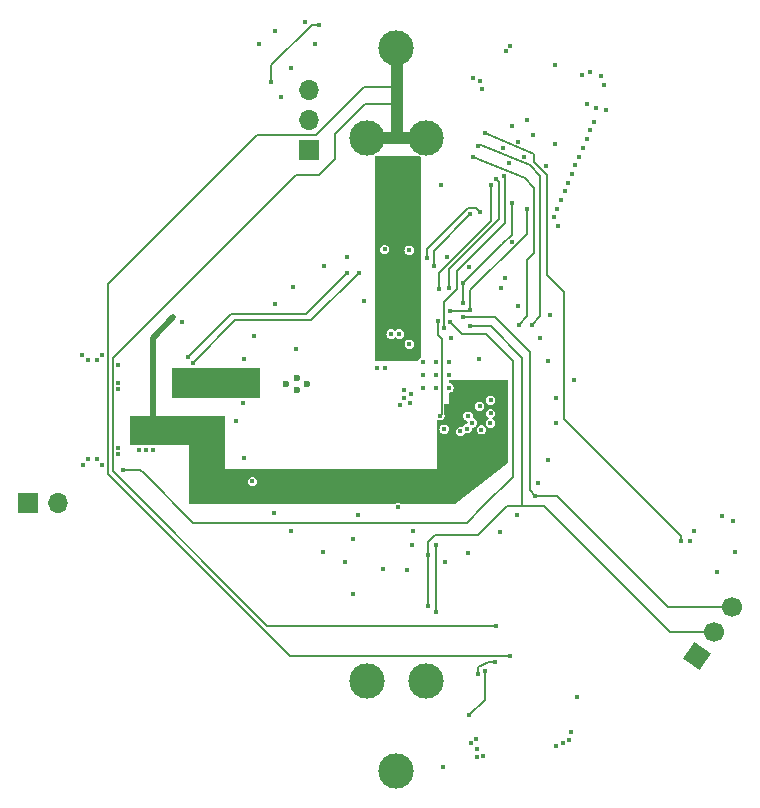
<source format=gbl>
%TF.GenerationSoftware,KiCad,Pcbnew,7.0.8*%
%TF.CreationDate,2023-10-15T21:23:35+02:00*%
%TF.ProjectId,blinkekatze,626c696e-6b65-46b6-9174-7a652e6b6963,rev?*%
%TF.SameCoordinates,Original*%
%TF.FileFunction,Copper,L4,Bot*%
%TF.FilePolarity,Positive*%
%FSLAX46Y46*%
G04 Gerber Fmt 4.6, Leading zero omitted, Abs format (unit mm)*
G04 Created by KiCad (PCBNEW 7.0.8) date 2023-10-15 21:23:35*
%MOMM*%
%LPD*%
G01*
G04 APERTURE LIST*
G04 Aperture macros list*
%AMHorizOval*
0 Thick line with rounded ends*
0 $1 width*
0 $2 $3 position (X,Y) of the first rounded end (center of the circle)*
0 $4 $5 position (X,Y) of the second rounded end (center of the circle)*
0 Add line between two ends*
20,1,$1,$2,$3,$4,$5,0*
0 Add two circle primitives to create the rounded ends*
1,1,$1,$2,$3*
1,1,$1,$4,$5*%
%AMRotRect*
0 Rectangle, with rotation*
0 The origin of the aperture is its center*
0 $1 length*
0 $2 width*
0 $3 Rotation angle, in degrees counterclockwise*
0 Add horizontal line*
21,1,$1,$2,0,0,$3*%
G04 Aperture macros list end*
%TA.AperFunction,ComponentPad*%
%ADD10R,1.700000X1.700000*%
%TD*%
%TA.AperFunction,ComponentPad*%
%ADD11O,1.700000X1.700000*%
%TD*%
%TA.AperFunction,ComponentPad*%
%ADD12C,0.600000*%
%TD*%
%TA.AperFunction,ComponentPad*%
%ADD13RotRect,1.700000X1.700000X145.000000*%
%TD*%
%TA.AperFunction,ComponentPad*%
%ADD14HorizOval,1.700000X0.000000X0.000000X0.000000X0.000000X0*%
%TD*%
%TA.AperFunction,ComponentPad*%
%ADD15C,3.000000*%
%TD*%
%TA.AperFunction,ViaPad*%
%ADD16C,0.450000*%
%TD*%
%TA.AperFunction,Conductor*%
%ADD17C,0.127000*%
%TD*%
%TA.AperFunction,Conductor*%
%ADD18C,0.500000*%
%TD*%
%TA.AperFunction,Conductor*%
%ADD19C,1.000000*%
%TD*%
G04 APERTURE END LIST*
D10*
%TO.P,J2,1,Pin_1*%
%TO.N,/Logic/EN*%
X92600000Y-78030000D03*
D11*
%TO.P,J2,2,Pin_2*%
%TO.N,GND*%
X92600000Y-75490000D03*
%TO.P,J2,3,Pin_3*%
%TO.N,/Logic/IO9*%
X92600000Y-72950000D03*
%TD*%
D10*
%TO.P,J1,1,Pin_1*%
%TO.N,/Charger/PWR_ON*%
X68850000Y-107900000D03*
D11*
%TO.P,J1,2,Pin_2*%
%TO.N,/USB/VBAT*%
X71390000Y-107900000D03*
%TD*%
D12*
%TO.P,U9,11,PGND*%
%TO.N,GND*%
X91600000Y-98345002D03*
X90700000Y-97845002D03*
X92500000Y-97845002D03*
X91600000Y-97345002D03*
%TD*%
D13*
%TO.P,J3,1,Pin_1*%
%TO.N,GND*%
X125502981Y-120868127D03*
D14*
%TO.P,J3,2,Pin_2*%
%TO.N,/Battery/SCL*%
X126959865Y-118787481D03*
%TO.P,J3,3,Pin_3*%
%TO.N,/Battery/SDA*%
X128416749Y-116706835D03*
%TD*%
D15*
%TO.P,BTT2,1,1*%
%TO.N,GND1*%
X102500000Y-123000000D03*
X97500000Y-123000000D03*
X100000000Y-130600000D03*
%TD*%
%TO.P,BTT1,1,1*%
%TO.N,+BATT*%
X97500000Y-77000000D03*
X102500000Y-77000000D03*
X100000000Y-69400000D03*
%TD*%
D16*
%TO.N,GND1*%
X106350000Y-128250000D03*
X108400000Y-121400000D03*
X106750000Y-127850000D03*
X107400000Y-129350000D03*
X104000000Y-130250000D03*
X106900000Y-122350000D03*
X106850000Y-128700000D03*
X106850000Y-129400000D03*
%TO.N,GND*%
X113576294Y-128456774D03*
X102275000Y-95949998D03*
X102274998Y-98150000D03*
X113950001Y-82250000D03*
X73489999Y-104665000D03*
X116725000Y-75625001D03*
X115350000Y-124350000D03*
X115100000Y-97500000D03*
X125220871Y-110265756D03*
X102274999Y-97049998D03*
X115175000Y-79300000D03*
X112162237Y-93918882D03*
X95700000Y-112900000D03*
X100699997Y-99049998D03*
X104474999Y-98150001D03*
X74650000Y-95800000D03*
X78800000Y-103400000D03*
X110272507Y-108909298D03*
X81900000Y-92600000D03*
X117350000Y-71775000D03*
X111100000Y-75475000D03*
X93918882Y-87837763D03*
X107999999Y-100325000D03*
X114676294Y-128006774D03*
X79400000Y-103400000D03*
X103375000Y-97049999D03*
X112900000Y-104300000D03*
X89727493Y-91090702D03*
X110350000Y-77300000D03*
X73950000Y-95800000D03*
X104300000Y-87100000D03*
X99036066Y-86436415D03*
X99024998Y-96450001D03*
X89750000Y-67950000D03*
X75100000Y-95350000D03*
X75139999Y-104664999D03*
X107999999Y-99200002D03*
X104475001Y-95950001D03*
X73450000Y-95350000D03*
X103374998Y-98149998D03*
X98425000Y-96500001D03*
X76450000Y-103250000D03*
X100156641Y-108279992D03*
X107150000Y-72175000D03*
X107275000Y-72825000D03*
X116925001Y-74424999D03*
X114176294Y-128256774D03*
X107024999Y-95749999D03*
X76450000Y-103750000D03*
X114575000Y-80775001D03*
X74640001Y-104215001D03*
X109675000Y-69175000D03*
X116200000Y-74125000D03*
X114874999Y-80025000D03*
X97250004Y-90799995D03*
X111625000Y-76775000D03*
X128495871Y-109390756D03*
X114800000Y-127300000D03*
X76450000Y-97750000D03*
X113650000Y-83000000D03*
X117800000Y-74650000D03*
X116125000Y-77100000D03*
X100963934Y-113563585D03*
X113350000Y-83724999D03*
X87837763Y-106081118D03*
X104075001Y-101650001D03*
X114275000Y-81525000D03*
X101200000Y-99450003D03*
X108909298Y-89727493D03*
X96796486Y-108944716D03*
X109200000Y-88850000D03*
X73940000Y-104215000D03*
X86436415Y-100963934D03*
X101324856Y-111469863D03*
X113750000Y-84475000D03*
X100299998Y-99650000D03*
X91490002Y-94894999D03*
X106081118Y-112162237D03*
X103375000Y-95950000D03*
X107224999Y-101700000D03*
X103800000Y-81000000D03*
X78200000Y-103400000D03*
X100700001Y-98350001D03*
X109049999Y-77850000D03*
X109574999Y-79150000D03*
X109824999Y-76025000D03*
X101124999Y-94450002D03*
X93099999Y-69050001D03*
X112725000Y-79375000D03*
X88400000Y-69050000D03*
X116425001Y-76350000D03*
X100262497Y-93600000D03*
X107993750Y-101150000D03*
X101299998Y-98650000D03*
X99587497Y-93599999D03*
X110875001Y-78600000D03*
X113563585Y-99036066D03*
X104625001Y-93900000D03*
X104474999Y-97050000D03*
X107074997Y-99700002D03*
X91090702Y-110272507D03*
X91099999Y-71049996D03*
X76450000Y-98250000D03*
X106437497Y-101124999D03*
X96354478Y-110926414D03*
X117600001Y-72500000D03*
X109275000Y-69625000D03*
X101450000Y-110250000D03*
X115800000Y-77825000D03*
X113000000Y-91950000D03*
X113475000Y-77525001D03*
X115500001Y-78575000D03*
X76450000Y-96250000D03*
X87100000Y-95700000D03*
%TO.N,+3V3*%
X115725000Y-71700000D03*
X92299999Y-67150002D03*
X87800000Y-98650000D03*
X87800000Y-97850000D03*
X81300000Y-98700000D03*
X82000000Y-96800000D03*
X82000000Y-98700000D03*
X127595871Y-109015756D03*
X82000000Y-97750000D03*
X96350000Y-115575000D03*
X124895871Y-111165756D03*
X90300000Y-73550000D03*
X113500000Y-70800000D03*
X87800000Y-97050000D03*
X81300000Y-96800000D03*
X106475000Y-71950000D03*
X128720871Y-112040756D03*
X81300000Y-97750000D03*
X127195871Y-113790756D03*
X109800000Y-85800000D03*
X116450000Y-71400001D03*
%TO.N,Net-(U8-REGN)*%
X103750000Y-100500000D03*
X103549998Y-92475000D03*
%TO.N,Net-(U2-VCC)*%
X107500000Y-122100000D03*
X106200000Y-125850000D03*
%TO.N,Net-(U1-IO6)*%
X106900000Y-77700000D03*
X111500000Y-92800000D03*
%TO.N,Net-(U1-IO7)*%
X106500000Y-78600000D03*
X110400000Y-92800000D03*
%TO.N,/Charger/VLED*%
X101116718Y-86494614D03*
X98883282Y-113505386D03*
X93800000Y-112050000D03*
X108760111Y-110339388D03*
X106200000Y-87950000D03*
X113505386Y-101116718D03*
X95863425Y-87095301D03*
X105449998Y-101850000D03*
X89660612Y-108760111D03*
X87095301Y-104136575D03*
X106025000Y-101600001D03*
X104136575Y-112904699D03*
X87950000Y-93800000D03*
X91239889Y-89660612D03*
X110339388Y-91239889D03*
X112050000Y-106200000D03*
X112904699Y-95863425D03*
X106093749Y-100550000D03*
X87050000Y-99450000D03*
%TO.N,VBUS*%
X78800000Y-100900000D03*
X78800000Y-102600000D03*
X78200000Y-100900000D03*
X105849999Y-99625000D03*
X79400000Y-102600000D03*
X106450000Y-99800002D03*
X79400000Y-100900000D03*
X78200000Y-102600000D03*
X81150000Y-92150000D03*
X105724999Y-98825000D03*
X105100000Y-98850001D03*
%TO.N,/Charger/PWR_ON*%
X104599997Y-92600000D03*
X76900000Y-105100000D03*
%TO.N,Net-(U1-IO10)*%
X108500000Y-80500000D03*
X104500000Y-89700000D03*
%TO.N,+BATT*%
X109650000Y-120900000D03*
X108450000Y-118300000D03*
%TO.N,Net-(U1-TXD0)*%
X103200000Y-87800000D03*
X82800000Y-96050000D03*
X106300000Y-83450000D03*
X96850000Y-88400000D03*
%TO.N,Net-(U1-RXD0)*%
X102600000Y-87200000D03*
X107100000Y-83250000D03*
X95850000Y-88400000D03*
X82400000Y-95550000D03*
%TO.N,/Battery/SDA*%
X105700001Y-92200000D03*
X111800000Y-107289600D03*
X109800000Y-82500000D03*
X103350000Y-111483200D03*
X105700000Y-90950000D03*
X105700001Y-89299999D03*
X103350000Y-117150000D03*
%TO.N,/Battery/SCL*%
X106300000Y-92900000D03*
X111100000Y-83000000D03*
X102666800Y-116636800D03*
X102666800Y-112325000D03*
X104600000Y-91650000D03*
X106300000Y-91600000D03*
%TO.N,/Charger/~{CHARGE_ENABLE}*%
X109100000Y-80200000D03*
X104024999Y-93062503D03*
%TO.N,Net-(U1-IO5)*%
X103650000Y-89800000D03*
X108000000Y-81000000D03*
%TO.N,/Battery/BAT+*%
X100549999Y-95249997D03*
X100675000Y-80350000D03*
X100675000Y-79650000D03*
X98850000Y-78850000D03*
X101399998Y-95150000D03*
X100675000Y-78950000D03*
X99249997Y-95250003D03*
X99925000Y-95175001D03*
X98850001Y-80250000D03*
X98850000Y-79550001D03*
%TO.N,/Logic/EN*%
X89450000Y-72300000D03*
X93450000Y-67400000D03*
%TO.N,Net-(U1-IO4)*%
X107500000Y-76600000D03*
X124100000Y-111100000D03*
%TD*%
D17*
%TO.N,GND1*%
X106900000Y-121750000D02*
X107850000Y-121400000D01*
X106900000Y-122350000D02*
X106900000Y-121750000D01*
X107850000Y-121400000D02*
X108400000Y-121400000D01*
%TO.N,Net-(U8-REGN)*%
X103750000Y-100500000D02*
X103900000Y-100350000D01*
X103900000Y-94000000D02*
X103549998Y-93649998D01*
X103900000Y-100350000D02*
X103900000Y-94000000D01*
X103549998Y-93649998D02*
X103549998Y-92475000D01*
%TO.N,Net-(U2-VCC)*%
X107500000Y-122100000D02*
X107500000Y-124550000D01*
X107500000Y-124550000D02*
X106200000Y-125850000D01*
%TO.N,Net-(U1-IO6)*%
X112200000Y-92100000D02*
X111500000Y-92800000D01*
X106900000Y-77700000D02*
X107200000Y-77600000D01*
X107200000Y-77600000D02*
X111300000Y-79300000D01*
X111300000Y-79300000D02*
X112200000Y-80200000D01*
X112200000Y-80200000D02*
X112200000Y-92100000D01*
%TO.N,Net-(U1-IO7)*%
X110900000Y-80400000D02*
X111700000Y-81200000D01*
X111700000Y-81200000D02*
X111700000Y-86700000D01*
X106500000Y-78600000D02*
X110900000Y-80400000D01*
X111700000Y-86700000D02*
X111084500Y-87315500D01*
X111084500Y-92115500D02*
X110400000Y-92800000D01*
X111084500Y-87315500D02*
X111084500Y-92115500D01*
D18*
%TO.N,VBUS*%
X79400000Y-93900000D02*
X81150000Y-92150000D01*
X79400000Y-100900000D02*
X79400000Y-93900000D01*
D17*
%TO.N,/Charger/PWR_ON*%
X109900000Y-98600000D02*
X109900000Y-105700000D01*
X105599996Y-93600000D02*
X106700000Y-93600000D01*
X109900000Y-105700000D02*
X107400000Y-108200000D01*
X76900000Y-105100000D02*
X78350000Y-105100000D01*
X106700000Y-93600000D02*
X107600000Y-93600000D01*
X107400000Y-108200000D02*
X106000000Y-109600000D01*
X106000000Y-109600000D02*
X101350000Y-109600000D01*
X101350000Y-109600000D02*
X82850000Y-109600000D01*
X78350000Y-105100000D02*
X78625000Y-105375000D01*
X82850000Y-109600000D02*
X78625000Y-105375000D01*
X108900000Y-94900000D02*
X109900000Y-95900000D01*
X107600000Y-93600000D02*
X108900000Y-94900000D01*
X101350000Y-109600000D02*
X101300000Y-109600000D01*
X109900000Y-95900000D02*
X109900000Y-98600000D01*
X105099997Y-93100001D02*
X105599996Y-93600000D01*
X105099997Y-93100001D02*
X104599997Y-92600000D01*
%TO.N,Net-(U1-IO10)*%
X104500000Y-89700000D02*
X104500000Y-88100000D01*
X108700000Y-83900000D02*
X108700000Y-81550000D01*
X108700000Y-81550000D02*
X108700000Y-80700000D01*
X105650000Y-86950000D02*
X108700000Y-83900000D01*
X108700000Y-80700000D02*
X108500000Y-80500000D01*
X104500000Y-88100000D02*
X105650000Y-86950000D01*
%TO.N,+BATT*%
X76000000Y-105200000D02*
X76000000Y-95650000D01*
D19*
X102600000Y-77000000D02*
X100100000Y-77000000D01*
D17*
X94850000Y-78750000D02*
X94850000Y-76650000D01*
X75600000Y-105450000D02*
X75600000Y-89400000D01*
X97300000Y-72650000D02*
X100100000Y-72650000D01*
X93200000Y-76750000D02*
X97300000Y-72650000D01*
D19*
X100100000Y-74100000D02*
X100100000Y-77000000D01*
D17*
X93450000Y-80150000D02*
X94850000Y-78750000D01*
D19*
X100100000Y-69400000D02*
X100100000Y-72650000D01*
D17*
X76000000Y-95650000D02*
X91500000Y-80150000D01*
D19*
X100100000Y-73400000D02*
X100100000Y-74100000D01*
D17*
X91050000Y-120900000D02*
X75600000Y-105450000D01*
D19*
X100100000Y-77000000D02*
X97400000Y-77000000D01*
D17*
X109650000Y-120900000D02*
X91050000Y-120900000D01*
X94850000Y-76650000D02*
X97400000Y-74100000D01*
X97400000Y-74100000D02*
X100100000Y-74100000D01*
D19*
X100100000Y-72650000D02*
X100100000Y-73400000D01*
D17*
X88250000Y-76750000D02*
X93200000Y-76750000D01*
X75600000Y-89400000D02*
X88250000Y-76750000D01*
X108450000Y-118300000D02*
X89100000Y-118300000D01*
X91500000Y-80150000D02*
X93450000Y-80150000D01*
X89100000Y-118300000D02*
X76000000Y-105200000D01*
%TO.N,Net-(U1-TXD0)*%
X86400000Y-92450000D02*
X82800000Y-96050000D01*
X96850000Y-88400000D02*
X92800000Y-92450000D01*
X92800000Y-92450000D02*
X86400000Y-92450000D01*
X103200000Y-86550000D02*
X106300000Y-83450000D01*
X103200000Y-87800000D02*
X103200000Y-86550000D01*
%TO.N,Net-(U1-RXD0)*%
X92350000Y-91900000D02*
X86050000Y-91900000D01*
X102600000Y-86400000D02*
X106100000Y-82900000D01*
X95850000Y-88400000D02*
X92350000Y-91900000D01*
X106750000Y-82900000D02*
X106100000Y-82900000D01*
X86050000Y-91900000D02*
X82400000Y-95550000D01*
X102600000Y-87200000D02*
X102600000Y-86400000D01*
X107100000Y-83250000D02*
X106750000Y-82900000D01*
%TO.N,/Battery/SDA*%
X111300000Y-95100000D02*
X111300000Y-97799999D01*
X109000000Y-86000000D02*
X109800000Y-85200000D01*
X115570000Y-109220000D02*
X123050000Y-116700000D01*
X109000000Y-86000000D02*
X105700001Y-89299999D01*
X123050000Y-116700000D02*
X128400000Y-116700000D01*
X103350000Y-111483200D02*
X103350000Y-117150000D01*
X109800000Y-85200000D02*
X109800000Y-82500000D01*
X105700000Y-89300000D02*
X105700001Y-89299999D01*
X105700000Y-90950000D02*
X105700000Y-89300000D01*
X105700001Y-92200000D02*
X108400000Y-92200000D01*
X111800000Y-107289600D02*
X111300000Y-106789600D01*
X113639600Y-107289600D02*
X111800000Y-107289600D01*
X108400000Y-92200000D02*
X111300000Y-95100000D01*
X115570000Y-109220000D02*
X113639600Y-107289600D01*
X111300000Y-106789600D02*
X111300000Y-97799999D01*
%TO.N,/Battery/SCL*%
X103300000Y-110600000D02*
X102666800Y-111233200D01*
X106300000Y-89900000D02*
X110600000Y-85600000D01*
X112522000Y-108153200D02*
X123168800Y-118800000D01*
X102666800Y-112325000D02*
X102666800Y-111233200D01*
X106300000Y-91400000D02*
X106300000Y-89900000D01*
X104600000Y-91650000D02*
X106300000Y-91650000D01*
X102666800Y-116636800D02*
X102666800Y-112325000D01*
X110600000Y-85600000D02*
X111100000Y-85100000D01*
X123168800Y-118800000D02*
X127000000Y-118800000D01*
X109400000Y-108153200D02*
X110700000Y-108153200D01*
X110700000Y-108153200D02*
X112522000Y-108153200D01*
X103300000Y-110600000D02*
X106953200Y-110600000D01*
X110700000Y-95600000D02*
X110700000Y-98300000D01*
X111100000Y-85100000D02*
X111100000Y-83000000D01*
X108000000Y-92900000D02*
X110700000Y-95600000D01*
X106300000Y-90950000D02*
X106300000Y-91400000D01*
X106300000Y-91400000D02*
X106300000Y-91650000D01*
X106953200Y-110600000D02*
X109400000Y-108153200D01*
X110700000Y-108153200D02*
X110700000Y-98300000D01*
X106300000Y-92900000D02*
X108000000Y-92900000D01*
%TO.N,/Charger/~{CHARGE_ENABLE}*%
X104024999Y-93062503D02*
X104024999Y-90875001D01*
X104024999Y-90875001D02*
X105150000Y-89750000D01*
X105150000Y-88250000D02*
X109200000Y-84200000D01*
X105150000Y-89750000D02*
X105150000Y-88250000D01*
X109200000Y-80300000D02*
X109100000Y-80200000D01*
X109200000Y-84200000D02*
X109200000Y-80300000D01*
%TO.N,Net-(U1-IO5)*%
X103650000Y-89800000D02*
X103650000Y-88405488D01*
X108000000Y-81700000D02*
X108000000Y-81000000D01*
X104702744Y-87352744D02*
X108000000Y-84055488D01*
X103650000Y-88405488D02*
X104702744Y-87352744D01*
X108000000Y-84055488D02*
X108000000Y-81700000D01*
%TO.N,/Logic/EN*%
X93450000Y-67400000D02*
X92900000Y-67400000D01*
X92900000Y-67400000D02*
X89450000Y-70850000D01*
X89450000Y-70850000D02*
X89450000Y-72300000D01*
%TO.N,Net-(U1-IO4)*%
X111700000Y-78400000D02*
X107500000Y-76600000D01*
X112800000Y-80105488D02*
X111700000Y-79005488D01*
X114200000Y-90000000D02*
X112800000Y-88600000D01*
X124100000Y-110700000D02*
X114200000Y-100800000D01*
X124100000Y-111100000D02*
X124100000Y-110700000D01*
X111700000Y-79005488D02*
X111700000Y-78400000D01*
X114200000Y-100800000D02*
X114200000Y-90000000D01*
X112800000Y-88600000D02*
X112800000Y-80105488D01*
%TD*%
%TA.AperFunction,Conductor*%
%TO.N,/Battery/BAT+*%
G36*
X101881101Y-78505237D02*
G01*
X101995520Y-78552631D01*
X102052090Y-78566212D01*
X102090790Y-78594328D01*
X102100000Y-78626985D01*
X102100000Y-95551373D01*
X102081694Y-95595567D01*
X102065875Y-95607061D01*
X102036657Y-95621948D01*
X101946950Y-95711655D01*
X101889353Y-95824695D01*
X101889353Y-95824696D01*
X101885880Y-95846623D01*
X101860886Y-95887409D01*
X101824002Y-95899345D01*
X98273953Y-95890931D01*
X98229802Y-95872520D01*
X98211601Y-95828431D01*
X98211601Y-94450002D01*
X100719507Y-94450002D01*
X100739353Y-94575306D01*
X100739353Y-94575307D01*
X100796949Y-94688344D01*
X100886657Y-94778052D01*
X100999695Y-94835648D01*
X101124999Y-94855494D01*
X101250303Y-94835648D01*
X101363341Y-94778052D01*
X101453049Y-94688344D01*
X101510645Y-94575306D01*
X101530491Y-94450002D01*
X101510645Y-94324698D01*
X101453049Y-94211660D01*
X101363341Y-94121952D01*
X101250303Y-94064356D01*
X101124999Y-94044510D01*
X100999694Y-94064356D01*
X100999693Y-94064356D01*
X100886656Y-94121952D01*
X100796949Y-94211659D01*
X100739353Y-94324696D01*
X100739353Y-94324697D01*
X100719507Y-94450002D01*
X98211601Y-94450002D01*
X98211601Y-93599999D01*
X99182005Y-93599999D01*
X99201851Y-93725303D01*
X99201851Y-93725304D01*
X99201852Y-93725305D01*
X99259447Y-93838341D01*
X99349155Y-93928049D01*
X99462193Y-93985645D01*
X99587497Y-94005491D01*
X99712801Y-93985645D01*
X99825839Y-93928049D01*
X99880804Y-93873083D01*
X99924995Y-93854779D01*
X99969188Y-93873083D01*
X100024155Y-93928050D01*
X100137193Y-93985646D01*
X100262497Y-94005492D01*
X100387801Y-93985646D01*
X100500839Y-93928050D01*
X100590547Y-93838342D01*
X100648143Y-93725304D01*
X100667989Y-93600000D01*
X100648143Y-93474696D01*
X100590547Y-93361658D01*
X100500839Y-93271950D01*
X100387801Y-93214354D01*
X100262497Y-93194508D01*
X100137192Y-93214354D01*
X100137191Y-93214354D01*
X100024156Y-93271949D01*
X99969191Y-93326914D01*
X99924996Y-93345219D01*
X99880803Y-93326913D01*
X99825839Y-93271949D01*
X99712801Y-93214353D01*
X99587497Y-93194507D01*
X99462192Y-93214353D01*
X99462191Y-93214353D01*
X99349154Y-93271949D01*
X99259447Y-93361656D01*
X99201851Y-93474693D01*
X99201851Y-93474694D01*
X99182005Y-93599999D01*
X98211601Y-93599999D01*
X98211601Y-86436415D01*
X98630574Y-86436415D01*
X98650420Y-86561719D01*
X98650420Y-86561720D01*
X98708016Y-86674757D01*
X98797724Y-86764465D01*
X98910762Y-86822061D01*
X99036066Y-86841907D01*
X99161370Y-86822061D01*
X99274408Y-86764465D01*
X99364116Y-86674757D01*
X99421712Y-86561719D01*
X99432340Y-86494614D01*
X100711226Y-86494614D01*
X100731072Y-86619918D01*
X100731072Y-86619919D01*
X100759014Y-86674757D01*
X100788668Y-86732956D01*
X100878376Y-86822664D01*
X100991414Y-86880260D01*
X101116718Y-86900106D01*
X101242022Y-86880260D01*
X101355060Y-86822664D01*
X101444768Y-86732956D01*
X101502364Y-86619918D01*
X101522210Y-86494614D01*
X101502364Y-86369310D01*
X101444768Y-86256272D01*
X101355060Y-86166564D01*
X101242022Y-86108968D01*
X101116718Y-86089122D01*
X100991413Y-86108968D01*
X100991412Y-86108968D01*
X100878375Y-86166564D01*
X100788668Y-86256271D01*
X100731072Y-86369308D01*
X100731072Y-86369309D01*
X100711226Y-86494614D01*
X99432340Y-86494614D01*
X99441558Y-86436415D01*
X99421712Y-86311111D01*
X99364116Y-86198073D01*
X99274408Y-86108365D01*
X99161370Y-86050769D01*
X99036066Y-86030923D01*
X98910761Y-86050769D01*
X98910760Y-86050769D01*
X98797723Y-86108365D01*
X98708016Y-86198072D01*
X98650420Y-86311109D01*
X98650420Y-86311110D01*
X98630574Y-86436415D01*
X98211601Y-86436415D01*
X98211601Y-78570078D01*
X98229907Y-78525884D01*
X98273975Y-78507578D01*
X101857068Y-78500481D01*
X101881101Y-78505237D01*
G37*
%TD.AperFunction*%
%TD*%
%TA.AperFunction,Conductor*%
%TO.N,VBUS*%
G36*
X109481694Y-97518306D02*
G01*
X109500000Y-97562500D01*
X109500000Y-104469432D01*
X109481694Y-104513626D01*
X109475871Y-104518767D01*
X105016926Y-107986835D01*
X104978555Y-108000000D01*
X100468929Y-108000000D01*
X100424735Y-107981694D01*
X100394983Y-107951942D01*
X100281945Y-107894346D01*
X100156641Y-107874500D01*
X100031336Y-107894346D01*
X100031335Y-107894346D01*
X99918298Y-107951942D01*
X99888547Y-107981694D01*
X99844353Y-108000000D01*
X82562500Y-108000000D01*
X82518306Y-107981694D01*
X82500000Y-107937500D01*
X82500000Y-106081118D01*
X87432271Y-106081118D01*
X87452117Y-106206422D01*
X87452117Y-106206423D01*
X87509713Y-106319460D01*
X87599421Y-106409168D01*
X87712459Y-106466764D01*
X87837763Y-106486610D01*
X87963067Y-106466764D01*
X88076105Y-106409168D01*
X88165813Y-106319460D01*
X88223409Y-106206422D01*
X88243255Y-106081118D01*
X88223409Y-105955814D01*
X88165813Y-105842776D01*
X88076105Y-105753068D01*
X87963067Y-105695472D01*
X87837763Y-105675626D01*
X87712458Y-105695472D01*
X87712457Y-105695472D01*
X87599420Y-105753068D01*
X87509713Y-105842775D01*
X87452117Y-105955812D01*
X87452117Y-105955813D01*
X87432271Y-106081118D01*
X82500000Y-106081118D01*
X82500000Y-103000000D01*
X77562500Y-103000000D01*
X77518306Y-102981694D01*
X77500000Y-102937500D01*
X77500000Y-100562500D01*
X77518306Y-100518306D01*
X77562500Y-100500000D01*
X85437500Y-100500000D01*
X85481694Y-100518306D01*
X85500000Y-100562500D01*
X85500000Y-105000000D01*
X103500000Y-105000000D01*
X103500000Y-101650001D01*
X103669509Y-101650001D01*
X103689355Y-101775305D01*
X103689355Y-101775306D01*
X103727414Y-101850000D01*
X103746951Y-101888343D01*
X103836659Y-101978051D01*
X103949697Y-102035647D01*
X104075001Y-102055493D01*
X104200305Y-102035647D01*
X104313343Y-101978051D01*
X104403051Y-101888343D01*
X104422588Y-101850000D01*
X105044506Y-101850000D01*
X105064352Y-101975304D01*
X105064352Y-101975305D01*
X105120574Y-102085645D01*
X105121948Y-102088342D01*
X105211656Y-102178050D01*
X105324694Y-102235646D01*
X105449998Y-102255492D01*
X105575302Y-102235646D01*
X105688340Y-102178050D01*
X105778048Y-102088342D01*
X105816287Y-102013293D01*
X105852661Y-101982227D01*
X105894561Y-101985524D01*
X105895016Y-101984126D01*
X105899692Y-101985645D01*
X105899696Y-101985647D01*
X106025000Y-102005493D01*
X106150304Y-101985647D01*
X106263342Y-101928051D01*
X106353050Y-101838343D01*
X106410646Y-101725305D01*
X106414654Y-101700000D01*
X106819507Y-101700000D01*
X106839353Y-101825304D01*
X106839353Y-101825305D01*
X106851936Y-101850000D01*
X106896949Y-101938342D01*
X106986657Y-102028050D01*
X107099695Y-102085646D01*
X107224999Y-102105492D01*
X107350303Y-102085646D01*
X107463341Y-102028050D01*
X107553049Y-101938342D01*
X107610645Y-101825304D01*
X107630491Y-101700000D01*
X107610645Y-101574696D01*
X107553049Y-101461658D01*
X107463341Y-101371950D01*
X107350303Y-101314354D01*
X107224999Y-101294508D01*
X107099694Y-101314354D01*
X107099693Y-101314354D01*
X106986656Y-101371950D01*
X106896949Y-101461657D01*
X106839353Y-101574694D01*
X106839353Y-101574695D01*
X106819507Y-101700000D01*
X106414654Y-101700000D01*
X106430492Y-101600001D01*
X106429701Y-101595005D01*
X106440867Y-101548491D01*
X106481652Y-101523497D01*
X106562801Y-101510645D01*
X106675839Y-101453049D01*
X106765547Y-101363341D01*
X106823143Y-101250303D01*
X106839029Y-101150000D01*
X107588258Y-101150000D01*
X107608104Y-101275304D01*
X107608104Y-101275305D01*
X107617889Y-101294508D01*
X107665700Y-101388342D01*
X107755408Y-101478050D01*
X107868446Y-101535646D01*
X107993750Y-101555492D01*
X108119054Y-101535646D01*
X108232092Y-101478050D01*
X108321800Y-101388342D01*
X108379396Y-101275304D01*
X108399242Y-101150000D01*
X108379396Y-101024696D01*
X108321800Y-100911658D01*
X108232092Y-100821950D01*
X108232091Y-100821949D01*
X108178768Y-100794780D01*
X108147701Y-100758406D01*
X108151454Y-100710718D01*
X108178768Y-100683404D01*
X108218483Y-100663168D01*
X108238341Y-100653050D01*
X108328049Y-100563342D01*
X108385645Y-100450304D01*
X108405491Y-100325000D01*
X108385645Y-100199696D01*
X108328049Y-100086658D01*
X108238341Y-99996950D01*
X108125303Y-99939354D01*
X107999999Y-99919508D01*
X107874694Y-99939354D01*
X107874693Y-99939354D01*
X107761656Y-99996950D01*
X107671949Y-100086657D01*
X107614353Y-100199694D01*
X107614353Y-100199695D01*
X107594507Y-100325000D01*
X107614353Y-100450304D01*
X107614353Y-100450305D01*
X107639672Y-100499996D01*
X107671949Y-100563342D01*
X107761657Y-100653050D01*
X107814980Y-100680219D01*
X107846047Y-100716593D01*
X107842294Y-100764281D01*
X107814981Y-100791594D01*
X107755409Y-100821948D01*
X107665700Y-100911657D01*
X107608104Y-101024694D01*
X107608104Y-101024695D01*
X107588258Y-101150000D01*
X106839029Y-101150000D01*
X106842989Y-101124999D01*
X106823143Y-100999695D01*
X106765547Y-100886657D01*
X106675839Y-100796949D01*
X106562801Y-100739353D01*
X106562800Y-100739352D01*
X106562799Y-100739352D01*
X106562797Y-100739351D01*
X106533270Y-100734675D01*
X106492483Y-100709681D01*
X106481317Y-100663168D01*
X106499241Y-100550003D01*
X106499241Y-100550002D01*
X106491322Y-100500003D01*
X106479395Y-100424696D01*
X106421799Y-100311658D01*
X106332091Y-100221950D01*
X106219053Y-100164354D01*
X106093749Y-100144508D01*
X105968444Y-100164354D01*
X105968443Y-100164354D01*
X105855406Y-100221950D01*
X105765699Y-100311657D01*
X105708103Y-100424694D01*
X105708103Y-100424695D01*
X105688257Y-100550000D01*
X105708103Y-100675304D01*
X105708103Y-100675305D01*
X105726147Y-100710718D01*
X105765699Y-100788342D01*
X105855407Y-100878050D01*
X105968445Y-100935646D01*
X105997975Y-100940323D01*
X106038761Y-100965316D01*
X106049929Y-101011829D01*
X106049929Y-101011830D01*
X106032005Y-101125001D01*
X106032005Y-101125003D01*
X106032796Y-101130000D01*
X106021625Y-101176513D01*
X105980842Y-101201502D01*
X105899701Y-101214353D01*
X105899694Y-101214355D01*
X105786657Y-101271951D01*
X105696950Y-101361658D01*
X105658710Y-101436707D01*
X105622335Y-101467773D01*
X105580435Y-101464477D01*
X105579982Y-101465875D01*
X105575302Y-101464354D01*
X105449998Y-101444508D01*
X105324693Y-101464354D01*
X105324692Y-101464354D01*
X105211655Y-101521950D01*
X105121948Y-101611657D01*
X105064352Y-101724694D01*
X105064352Y-101724695D01*
X105044506Y-101850000D01*
X104422588Y-101850000D01*
X104460647Y-101775305D01*
X104480493Y-101650001D01*
X104460647Y-101524697D01*
X104403051Y-101411659D01*
X104313343Y-101321951D01*
X104200305Y-101264355D01*
X104075001Y-101244509D01*
X103949696Y-101264355D01*
X103949695Y-101264355D01*
X103836658Y-101321951D01*
X103746951Y-101411658D01*
X103689355Y-101524695D01*
X103689355Y-101524696D01*
X103669509Y-101650001D01*
X103500000Y-101650001D01*
X103500000Y-100870229D01*
X103518306Y-100826035D01*
X103562500Y-100807729D01*
X103590874Y-100814541D01*
X103638152Y-100838630D01*
X103639714Y-100839426D01*
X103639717Y-100839427D01*
X103749997Y-100856894D01*
X103750000Y-100856894D01*
X103750003Y-100856894D01*
X103860282Y-100839427D01*
X103860283Y-100839426D01*
X103860286Y-100839426D01*
X103959777Y-100788733D01*
X104038733Y-100709777D01*
X104089426Y-100610286D01*
X104089427Y-100610282D01*
X104106894Y-100500003D01*
X104106894Y-100499996D01*
X104090258Y-100394963D01*
X104090928Y-100375043D01*
X104090607Y-100375007D01*
X104091000Y-100371521D01*
X104091000Y-100362482D01*
X104091197Y-100358980D01*
X104091884Y-100352877D01*
X104094680Y-100328065D01*
X104094506Y-100327570D01*
X104091000Y-100306929D01*
X104091000Y-99700002D01*
X106669505Y-99700002D01*
X106689351Y-99825306D01*
X106689351Y-99825307D01*
X106746947Y-99938344D01*
X106836655Y-100028052D01*
X106949693Y-100085648D01*
X107074997Y-100105494D01*
X107200301Y-100085648D01*
X107313339Y-100028052D01*
X107403047Y-99938344D01*
X107460643Y-99825306D01*
X107480489Y-99700002D01*
X107460643Y-99574698D01*
X107403047Y-99461660D01*
X107313339Y-99371952D01*
X107200301Y-99314356D01*
X107074997Y-99294510D01*
X106949692Y-99314356D01*
X106949691Y-99314356D01*
X106836654Y-99371952D01*
X106746947Y-99461659D01*
X106689351Y-99574696D01*
X106689351Y-99574697D01*
X106669505Y-99700002D01*
X104091000Y-99700002D01*
X104091000Y-99562500D01*
X104109306Y-99518306D01*
X104153500Y-99500000D01*
X104500000Y-99500000D01*
X104500000Y-99200002D01*
X107594507Y-99200002D01*
X107614353Y-99325306D01*
X107614353Y-99325307D01*
X107621694Y-99339714D01*
X107671949Y-99438344D01*
X107761657Y-99528052D01*
X107874695Y-99585648D01*
X107999999Y-99605494D01*
X108125303Y-99585648D01*
X108238341Y-99528052D01*
X108328049Y-99438344D01*
X108385645Y-99325306D01*
X108405491Y-99200002D01*
X108385645Y-99074698D01*
X108328049Y-98961660D01*
X108238341Y-98871952D01*
X108125303Y-98814356D01*
X107999999Y-98794510D01*
X107874694Y-98814356D01*
X107874693Y-98814356D01*
X107761656Y-98871952D01*
X107671949Y-98961659D01*
X107614353Y-99074696D01*
X107614353Y-99074697D01*
X107594507Y-99200002D01*
X104500000Y-99200002D01*
X104500000Y-98604913D01*
X104518306Y-98560719D01*
X104552720Y-98543183D01*
X104600303Y-98535647D01*
X104713341Y-98478051D01*
X104803049Y-98388343D01*
X104860645Y-98275305D01*
X104880491Y-98150001D01*
X104860645Y-98024697D01*
X104803049Y-97911659D01*
X104713341Y-97821951D01*
X104600303Y-97764355D01*
X104600301Y-97764354D01*
X104600300Y-97764354D01*
X104552722Y-97756818D01*
X104511936Y-97731824D01*
X104500000Y-97695088D01*
X104500000Y-97562500D01*
X104518306Y-97518306D01*
X104562500Y-97500000D01*
X109437500Y-97500000D01*
X109481694Y-97518306D01*
G37*
%TD.AperFunction*%
%TD*%
%TA.AperFunction,Conductor*%
%TO.N,+3V3*%
G36*
X88481694Y-96518306D02*
G01*
X88500000Y-96562500D01*
X88500000Y-98937500D01*
X88481694Y-98981694D01*
X88437500Y-99000000D01*
X81062500Y-99000000D01*
X81018306Y-98981694D01*
X81000000Y-98937500D01*
X81000000Y-96562500D01*
X81018306Y-96518306D01*
X81062500Y-96500000D01*
X88437500Y-96500000D01*
X88481694Y-96518306D01*
G37*
%TD.AperFunction*%
%TD*%
M02*

</source>
